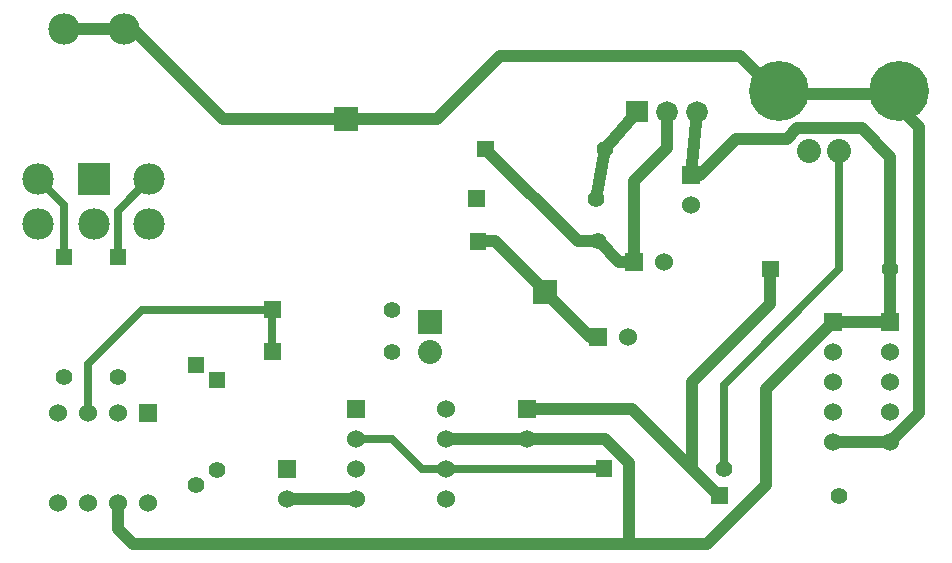
<source format=gtl>
G04 start of page 2 for group 3 layer_idx 0 *
G04 Title: (unknown), top_copper *
G04 Creator: pcb-rnd 2.2.0 *
G04 CreationDate: 2020-02-24 19:44:40 UTC *
G04 For:  *
G04 Format: Gerber/RS-274X *
G04 PCB-Dimensions: 316500 593500 *
G04 PCB-Coordinate-Origin: lower left *
%MOIN*%
%FSLAX25Y25*%
%LNTOP_COPPER_NONE_3*%
%ADD29C,0.0500*%
%ADD28C,0.0394*%
%ADD27C,0.0380*%
%ADD26C,0.0320*%
%ADD25C,0.0790*%
%ADD24C,0.0420*%
%ADD23C,0.0280*%
%ADD22C,0.0300*%
%ADD21C,0.0710*%
%ADD20C,0.0650*%
%ADD19C,0.0800*%
%ADD18C,0.2000*%
%ADD17C,0.0720*%
%ADD16C,0.0600*%
%ADD15C,0.0550*%
%ADD14C,0.0001*%
%ADD13C,0.1050*%
%ADD12C,0.0400*%
%ADD11C,0.0250*%
G54D11*X22000Y505000D02*Y522500D01*
X30000Y453000D02*Y469500D01*
X40000Y505000D02*Y520500D01*
Y505000D02*Y505500D01*
G54D12*X119500Y424500D02*X96500D01*
X40000Y423000D02*Y414500D01*
X45000Y409500D01*
G54D11*X91500Y487500D02*Y473500D01*
X30000Y469500D02*X48000Y487500D01*
X91500D01*
G54D12*X257500Y489500D02*Y501000D01*
Y489500D02*X231500Y463500D01*
X246000Y544500D02*X234000Y532500D01*
X236500Y409500D02*X256000Y429000D01*
X210500Y436500D02*Y410000D01*
X211500Y454500D02*X240500Y425500D01*
X231500Y434500D02*X240500Y425500D01*
X256000Y429000D02*Y461000D01*
X162500Y541000D02*X193300Y510200D01*
X160000D02*X160800D01*
X193300D02*X200300D01*
X160000D02*X165800D01*
X202500Y541000D02*X213000Y553500D01*
X223000D02*Y541500D01*
X202500Y541000D02*X199500Y524500D01*
X223000Y541500D02*X212000Y530500D01*
X231000Y532500D02*X234000D01*
X231000D02*X233000Y553500D01*
X231500Y463500D02*Y434500D01*
X212000Y530500D02*Y503500D01*
X200300Y510200D02*X207000Y503500D01*
X212000D01*
X200000Y478500D02*X197500D01*
X165800Y510200D02*X197500Y478500D01*
G54D11*X280500Y501000D02*X242000Y462500D01*
Y434500D01*
G54D12*X278500Y483500D02*X256000Y461000D01*
G54D11*X280500Y540500D02*Y501000D01*
G54D12*X263000Y544500D02*X266500Y548000D01*
X288000D01*
X297500Y538500D02*Y483500D01*
X307000Y548500D02*Y453000D01*
X278500Y483500D02*X297500D01*
X288000Y548000D02*X297500Y538500D01*
X263000Y544500D02*X246000D01*
X307000Y453000D02*X297500Y443500D01*
X278500D02*X297500D01*
X135500Y409500D02*X236500D01*
X45000D02*X165500D01*
X247500Y572000D02*X168500D01*
X146500Y551000D02*X167500Y572000D01*
X146500Y551000D02*X75000D01*
X300500Y559500D02*X260000D01*
X247500Y572000D01*
X300500Y559500D02*Y555000D01*
X307000Y548500D01*
X176500Y454500D02*X211500D01*
X202500Y444500D02*X149500D01*
X202500D02*X210500Y436500D01*
G54D11*X202000Y434500D02*X141500D01*
X131500Y444500D01*
X119500D01*
X40000Y520500D02*X50500Y531000D01*
X22000Y522500D02*X13500Y531000D01*
G54D12*X22000Y581000D02*X45000D01*
X75000Y551000D01*
G54D13*X22000Y581000D03*
G54D14*G36*
X26750Y536250D02*X37250D01*
Y525750D01*
X26750D01*
Y536250D01*
G37*
G36*
X37250Y507750D02*X42750D01*
Y502250D01*
X37250D01*
Y507750D01*
G37*
G54D15*X40000Y465000D03*
G54D13*X32000Y516000D03*
G54D14*G36*
X19250Y507750D02*X24750D01*
Y502250D01*
X19250D01*
Y507750D01*
G37*
G54D15*X22000Y465000D03*
G54D16*X40000Y453000D03*
X30000D03*
X20000D03*
Y423000D03*
X30000D03*
X40000D03*
G54D14*G36*
X209400Y557100D02*X216600D01*
Y549900D01*
X209400D01*
Y557100D01*
G37*
G54D17*X223000Y553500D03*
X233000D03*
G54D18*X260500Y560500D03*
X300500D03*
G54D19*X270500Y540500D03*
X280500D03*
G54D15*X202500Y541000D03*
G54D14*G36*
X234000Y529500D02*X228000D01*
Y535500D01*
X234000D01*
Y529500D01*
G37*
G36*
X275500Y486500D02*X281500D01*
Y480500D01*
X275500D01*
Y486500D01*
G37*
G54D16*X278500Y473500D03*
Y463500D03*
G54D14*G36*
X254750Y503750D02*X260250D01*
Y498250D01*
X254750D01*
Y503750D01*
G37*
G36*
X294500Y486500D02*X300500D01*
Y480500D01*
X294500D01*
Y486500D01*
G37*
G54D16*X297500Y473500D03*
Y463500D03*
G54D15*Y501000D03*
G54D16*Y453500D03*
X278500D03*
X297500Y443500D03*
X278500D03*
G54D15*X280500Y425500D03*
X199500Y524500D03*
G54D14*G36*
X203000Y481500D02*Y475500D01*
X197000D01*
Y481500D01*
X203000D01*
G37*
G54D16*X210000Y478500D03*
G54D14*G36*
X215000Y506500D02*Y500500D01*
X209000D01*
Y506500D01*
X215000D01*
G37*
G54D16*X222000Y503500D03*
G54D15*X200000Y510200D03*
G54D14*G36*
X199250Y437250D02*X204750D01*
Y431750D01*
X199250D01*
Y437250D01*
G37*
G54D16*X231000Y522500D03*
G54D15*X242000Y434500D03*
G54D14*G36*
X237750Y428250D02*X243250D01*
Y422750D01*
X237750D01*
Y428250D01*
G37*
G54D13*X42000Y581000D03*
X13500Y531000D03*
X50500D03*
Y516000D03*
G54D14*G36*
X47000Y456000D02*X53000D01*
Y450000D01*
X47000D01*
Y456000D01*
G37*
G54D16*X50000Y423000D03*
G54D14*G36*
X116500Y457500D02*X122500D01*
Y451500D01*
X116500D01*
Y457500D01*
G37*
G54D16*X119500Y444500D03*
Y434500D03*
Y424500D03*
X149500D03*
Y434500D03*
Y444500D03*
Y454500D03*
G54D15*X131500Y487500D03*
Y473500D03*
G54D14*G36*
X148000Y487500D02*Y479500D01*
X140000D01*
Y487500D01*
X148000D01*
G37*
G54D19*X144000Y473500D03*
G54D14*G36*
X99500Y431500D02*X93500D01*
Y437500D01*
X99500D01*
Y431500D01*
G37*
G54D15*X73000Y434000D03*
X66000Y429000D03*
G54D16*X96500Y424500D03*
G54D14*G36*
X75750Y466750D02*Y461250D01*
X70250D01*
Y466750D01*
X75750D01*
G37*
G36*
X68750Y471750D02*Y466250D01*
X63250D01*
Y471750D01*
X68750D01*
G37*
G36*
X94250Y484750D02*X88750D01*
Y490250D01*
X94250D01*
Y484750D01*
G37*
G36*
Y470750D02*X88750D01*
Y476250D01*
X94250D01*
Y470750D01*
G37*
G36*
X159750Y543750D02*X165250D01*
Y538250D01*
X159750D01*
Y543750D01*
G37*
G36*
X112000Y555000D02*X120000D01*
Y547000D01*
X112000D01*
Y555000D01*
G37*
G36*
X162250Y527250D02*Y521750D01*
X156750D01*
Y527250D01*
X162250D01*
G37*
G36*
X162750Y512950D02*Y507450D01*
X157250D01*
Y512950D01*
X162750D01*
G37*
G36*
X178500Y497500D02*X186500D01*
Y489500D01*
X178500D01*
Y497500D01*
G37*
G36*
X179500Y451500D02*X173500D01*
Y457500D01*
X179500D01*
Y451500D01*
G37*
G54D16*X176500Y444500D03*
G54D13*X13500Y516000D03*
G54D20*G54D21*G54D22*G54D21*G54D22*G54D23*G54D24*G54D25*G54D26*G54D22*G54D27*G54D22*G54D27*G54D22*G54D27*G54D22*G54D20*G54D21*G54D23*G54D22*G54D28*G54D22*G54D29*G54D22*G54D28*G54D22*G54D21*M02*

</source>
